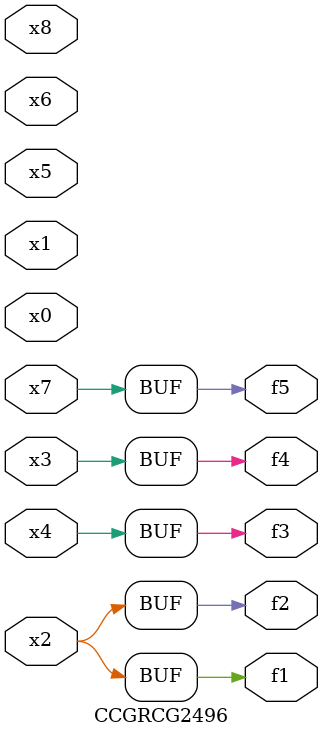
<source format=v>
module CCGRCG2496(
	input x0, x1, x2, x3, x4, x5, x6, x7, x8,
	output f1, f2, f3, f4, f5
);
	assign f1 = x2;
	assign f2 = x2;
	assign f3 = x4;
	assign f4 = x3;
	assign f5 = x7;
endmodule

</source>
